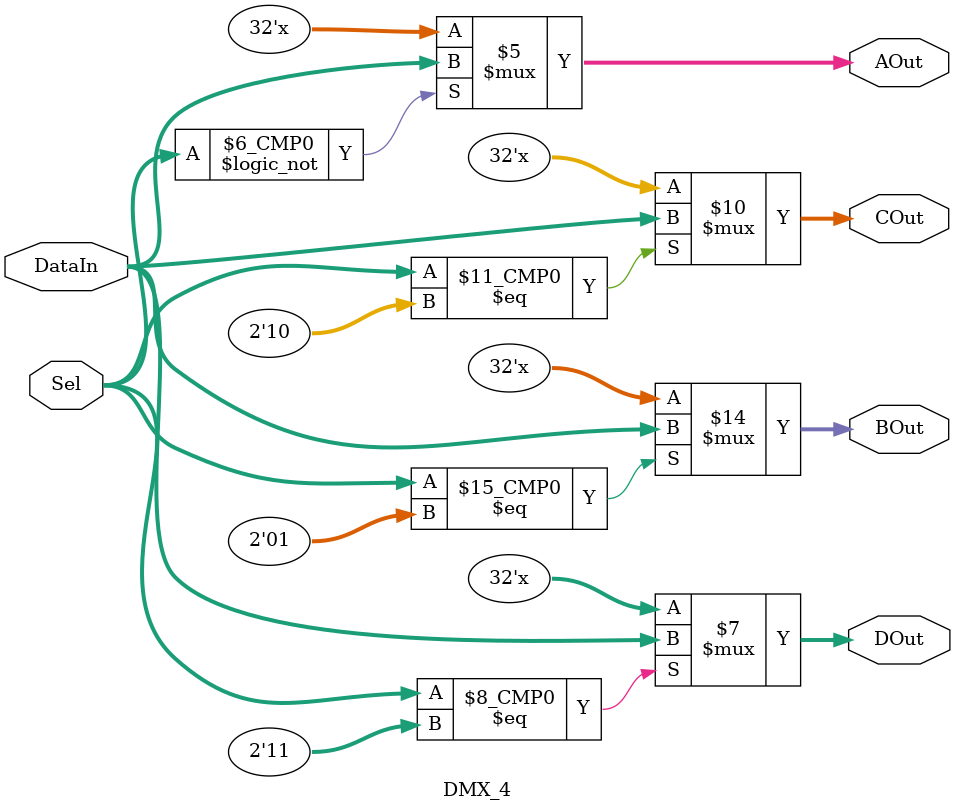
<source format=v>
`timescale 1ns / 1ps
module DMX_4 #(parameter Width=32)(
    output reg [Width-1:0] AOut,
    output reg [Width-1:0] BOut,
    output reg [Width-1:0] COut,
    output reg [Width-1:0] DOut,
    input wire [1:0] Sel,
    input wire [Width-1:0] DataIn
    );

    always @(*) begin
        case(Sel)
            2'b00 : begin
                AOut = DataIn;
            end
            2'b01 : begin
                BOut = DataIn;
            end
            2'b10 : begin
                COut = DataIn;
            end
            2'b11 : begin
                DOut = DataIn;
            end
        endcase
    end

endmodule


</source>
